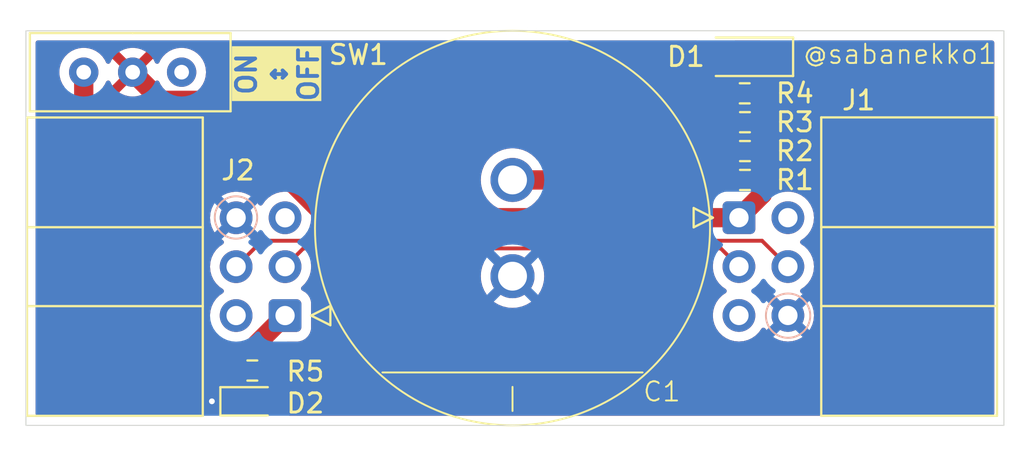
<source format=kicad_pcb>
(kicad_pcb (version 20240108) (generator "pcbnew") (generator_version "8.0")
  (layers (0 "F.Cu" signal) (31 "B.Cu" signal) (34 "B.Paste" user) (35 "F.Paste" user) (36 "B.SilkS" user "B.Silkscreen") (37 "F.SilkS" user "F.Silkscreen") (38 "B.Mask" user) (39 "F.Mask" user) (44 "Edge.Cuts" user))
  (net 0 "")
  (net 1 "GND")
  (net 2 "Net-(D1-A)")
  (net 3 "+5V")
  (net 4 "Net-(D2-A)")
  (net 5 "Net-(J1-Pin_3)")
  (net 8 "Net-(J1-Pin_4)")
  (net 11 "Net-(J2-Pin_1)")
  (footprint "Diode_SMD:D_SOD-123" (layer "F.Cu") (at 137.45 80.85 180)
    (property "Reference" "D1" (at 3.205 0 180) (layer "F.SilkS"))
    (property "Value" "D")
    (fp_line (start -2.36 1) (end 1.65 1) (stroke (width 0.12)) (layer "F.SilkS"))
    (fp_line (start -2.36 -1) (end 1.65 -1) (stroke (width 0.12)) (layer "F.SilkS"))
    (fp_line (start -2.36 -1) (end -2.36 1) (stroke (width 0.12)) (layer "F.SilkS"))
    (pad "1" smd roundrect (at -1.65 0 180) (size 0.9 1.2) (layers "F.Cu" "F.Paste" "F.Mask") (net 3 "+5V"))
    (pad "2" smd roundrect (at 1.65 0 180) (size 0.9 1.2) (layers "F.Cu" "F.Paste" "F.Mask") (net 2 "Net-(D1-A)"))
  )
  (footprint "Resistor_SMD:R_0603_1608Metric_Pad0.98x0.95mm_HandSolder" (layer "F.Cu") (at 137.3125 84.25 180)
    (property "Reference" "R3" (at -2.5875 0 180) (layer "F.SilkS"))
    (property "Value" "R")
    (fp_line (start -0.254724 0.5225) (end 0.254724 0.5225) (stroke (width 0.12)) (layer "F.SilkS"))
    (fp_line (start -0.254724 -0.5225) (end 0.254724 -0.5225) (stroke (width 0.12)) (layer "F.SilkS"))
    (pad "1" smd roundrect (at -0.9125 0 180) (size 0.975 0.95) (layers "F.Cu" "F.Paste" "F.Mask") (net 3 "+5V"))
    (pad "2" smd roundrect (at 0.9125 0 180) (size 0.975 0.95) (layers "F.Cu" "F.Paste" "F.Mask") (net 2 "Net-(D1-A)"))
  )
  (footprint "Robocon_Switch:SS-12SDP2" (layer "F.Cu") (at 105.54 84.191 180)
    (property "Reference" "SW1" (at -11.71 3.441 180) (layer "F.SilkS"))
    (property "Value" "SW_SPDT")
    (fp_line (start 5.334 4.572) (end 5.334 0.508) (stroke (width 0.12)) (layer "F.SilkS"))
    (fp_line (start 5.334 0.508) (end -5.08 0.508) (stroke (width 0.12)) (layer "F.SilkS"))
    (fp_line (start 0 4.572) (end 5.334 4.572) (stroke (width 0.12)) (layer "F.SilkS"))
    (fp_line (start -5.08 4.572) (end 0 4.572) (stroke (width 0.12)) (layer "F.SilkS"))
    (fp_line (start -5.08 0.508) (end -5.08 4.572) (stroke (width 0.12)) (layer "F.SilkS"))
    (pad "1" thru_hole circle (at -2.54 2.54 180) (size 1.524 1.524) (drill 0.762) (layers "*.Cu" "*.Mask"))
    (pad "2" thru_hole circle (at 0 2.54 180) (size 1.524 1.524) (drill 0.762) (layers "*.Cu" "*.Mask") (net 3 "+5V"))
    (pad "3" thru_hole circle (at 2.54 2.54 180) (size 1.524 1.524) (drill 0.762) (layers "*.Cu" "*.Mask") (net 11 "Net-(J2-Pin_1)"))
  )
  (footprint "LED_SMD:LED_0603_1608Metric_Pad1.05x0.95mm_HandSolder" (layer "F.Cu") (at 111.75 98.75)
    (property "Reference" "D2" (at 2.75 0.102499 180) (layer "F.SilkS"))
    (property "Value" "LED")
    (fp_line (start -1.66 -0.735) (end -1.66 0.735) (stroke (width 0.12)) (layer "F.SilkS"))
    (fp_line (start -1.66 0.735) (end 0.8 0.735) (stroke (width 0.12)) (layer "F.SilkS"))
    (fp_line (start 0.8 -0.735) (end -1.66 -0.735) (stroke (width 0.12)) (layer "F.SilkS"))
    (pad "1" smd roundrect (at -0.875 0) (size 1.05 0.95) (layers "F.Cu" "F.Paste" "F.Mask") (net 1 "GND"))
    (pad "2" smd roundrect (at 0.875 0) (size 1.05 0.95) (layers "F.Cu" "F.Paste" "F.Mask") (net 4 "Net-(D2-A)"))
  )
  (footprint "Resistor_SMD:R_0603_1608Metric_Pad0.98x0.95mm_HandSolder" (layer "F.Cu") (at 137.3125 85.75 180)
    (property "Reference" "R2" (at -2.5875 0 180) (layer "F.SilkS"))
    (property "Value" "R")
    (fp_line (start -0.254724 0.5225) (end 0.254724 0.5225) (stroke (width 0.12)) (layer "F.SilkS"))
    (fp_line (start -0.254724 -0.5225) (end 0.254724 -0.5225) (stroke (width 0.12)) (layer "F.SilkS"))
    (pad "1" smd roundrect (at -0.9125 0 180) (size 0.975 0.95) (layers "F.Cu" "F.Paste" "F.Mask") (net 3 "+5V"))
    (pad "2" smd roundrect (at 0.9125 0 180) (size 0.975 0.95) (layers "F.Cu" "F.Paste" "F.Mask") (net 2 "Net-(D1-A)"))
  )
  (footprint "Connector_IDC:IDC-Header_2x03_P2.54mm_Horizontal" (layer "F.Cu") (at 113.4475 94.295 180)
    (property "Reference" "J2" (at 2.4475 7.545 180) (layer "F.SilkS"))
    (property "Value" "Conn_02x03_Odd_Even")
    (fp_line (start 13.39 10.29) (end 4.27 10.29) (stroke (width 0.12)) (layer "F.SilkS"))
    (fp_line (start 13.39 -5.21) (end 13.39 10.29) (stroke (width 0.12)) (layer "F.SilkS"))
    (fp_line (start 4.27 10.29) (end 4.27 -5.21) (stroke (width 0.12)) (layer "F.SilkS"))
    (fp_line (start 4.27 4.59) (end 13.39 4.59) (stroke (width 0.12)) (layer "F.SilkS"))
    (fp_line (start 4.27 0.49) (end 13.39 0.49) (stroke (width 0.12)) (layer "F.SilkS"))
    (fp_line (start 4.27 -5.21) (end 13.39 -5.21) (stroke (width 0.12)) (layer "F.SilkS"))
    (fp_line (start -1.35 0) (end -2.35 -0.5) (stroke (width 0.12)) (layer "F.SilkS"))
    (fp_line (start -2.35 0.5) (end -1.35 0) (stroke (width 0.12)) (layer "F.SilkS"))
    (fp_line (start -2.35 -0.5) (end -2.35 0.5) (stroke (width 0.12)) (layer "F.SilkS"))
    (pad "1" thru_hole roundrect (at 0 0 180) (size 1.7 1.7) (drill 1) (layers "*.Cu" "*.Mask") (roundrect_rratio 0.147059) (net 11 "Net-(J2-Pin_1)"))
    (pad "2" thru_hole circle (at 2.54 0 180) (size 1.7 1.7) (drill 1) (layers "*.Cu" "*.Mask"))
    (pad "3" thru_hole circle (at 0 2.54 180) (size 1.7 1.7) (drill 1) (layers "*.Cu" "*.Mask") (net 5 "Net-(J1-Pin_3)"))
    (pad "4" thru_hole circle (at 2.54 2.54 180) (size 1.7 1.7) (drill 1) (layers "*.Cu" "*.Mask") (net 8 "Net-(J1-Pin_4)"))
    (pad "5" thru_hole circle (at 0 5.08 180) (size 1.7 1.7) (drill 1) (layers "*.Cu" "*.Mask"))
    (pad "6" thru_hole circle (at 2.54 5.08 180) (size 1.7 1.7) (drill 1) (layers "*.Cu" "*.Mask") (net 1 "GND"))
  )
  (footprint "Resistor_SMD:R_0603_1608Metric_Pad0.98x0.95mm_HandSolder" (layer "F.Cu") (at 137.3125 87.25 180)
    (property "Reference" "R1" (at -2.5875 0 180) (layer "F.SilkS"))
    (property "Value" "R")
    (fp_line (start -0.254724 0.5225) (end 0.254724 0.5225) (stroke (width 0.12)) (layer "F.SilkS"))
    (fp_line (start -0.254724 -0.5225) (end 0.254724 -0.5225) (stroke (width 0.12)) (layer "F.SilkS"))
    (pad "1" smd roundrect (at -0.9125 0 180) (size 0.975 0.95) (layers "F.Cu" "F.Paste" "F.Mask") (net 3 "+5V"))
    (pad "2" smd roundrect (at 0.9125 0 180) (size 0.975 0.95) (layers "F.Cu" "F.Paste" "F.Mask") (net 2 "Net-(D1-A)"))
  )
  (footprint "Resistor_SMD:R_0603_1608Metric_Pad0.98x0.95mm_HandSolder" (layer "F.Cu") (at 137.3 82.75 180)
    (property "Reference" "R4" (at -2.6 0 180) (layer "F.SilkS"))
    (property "Value" "R")
    (fp_line (start -0.254724 0.5225) (end 0.254724 0.5225) (stroke (width 0.12)) (layer "F.SilkS"))
    (fp_line (start -0.254724 -0.5225) (end 0.254724 -0.5225) (stroke (width 0.12)) (layer "F.SilkS"))
    (pad "1" smd roundrect (at -0.9125 0 180) (size 0.975 0.95) (layers "F.Cu" "F.Paste" "F.Mask") (net 3 "+5V"))
    (pad "2" smd roundrect (at 0.9125 0 180) (size 0.975 0.95) (layers "F.Cu" "F.Paste" "F.Mask") (net 2 "Net-(D1-A)"))
  )
  (footprint "Connector_IDC:IDC-Header_2x03_P2.54mm_Horizontal" (layer "F.Cu") (at 137 89.21)
    (property "Reference" "J1" (at 6.215 -6.1 0) (layer "F.SilkS"))
    (property "Value" "Conn_02x03_Odd_Even")
    (fp_line (start -2.35 -0.5) (end -2.35 0.5) (stroke (width 0.12)) (layer "F.SilkS"))
    (fp_line (start -2.35 0.5) (end -1.35 0) (stroke (width 0.12)) (layer "F.SilkS"))
    (fp_line (start -1.35 0) (end -2.35 -0.5) (stroke (width 0.12)) (layer "F.SilkS"))
    (fp_line (start 4.27 -5.21) (end 13.39 -5.21) (stroke (width 0.12)) (layer "F.SilkS"))
    (fp_line (start 4.27 0.49) (end 13.39 0.49) (stroke (width 0.12)) (layer "F.SilkS"))
    (fp_line (start 4.27 4.59) (end 13.39 4.59) (stroke (width 0.12)) (layer "F.SilkS"))
    (fp_line (start 4.27 10.29) (end 4.27 -5.21) (stroke (width 0.12)) (layer "F.SilkS"))
    (fp_line (start 13.39 -5.21) (end 13.39 10.29) (stroke (width 0.12)) (layer "F.SilkS"))
    (fp_line (start 13.39 10.29) (end 4.27 10.29) (stroke (width 0.12)) (layer "F.SilkS"))
    (pad "1" thru_hole roundrect (at 0 0) (size 1.7 1.7) (drill 1) (layers "*.Cu" "*.Mask") (roundrect_rratio 0.147059) (net 3 "+5V"))
    (pad "2" thru_hole circle (at 2.54 0) (size 1.7 1.7) (drill 1) (layers "*.Cu" "*.Mask"))
    (pad "3" thru_hole circle (at 0 2.54) (size 1.7 1.7) (drill 1) (layers "*.Cu" "*.Mask") (net 5 "Net-(J1-Pin_3)"))
    (pad "4" thru_hole circle (at 2.54 2.54) (size 1.7 1.7) (drill 1) (layers "*.Cu" "*.Mask") (net 8 "Net-(J1-Pin_4)"))
    (pad "5" thru_hole circle (at 0 5.08) (size 1.7 1.7) (drill 1) (layers "*.Cu" "*.Mask"))
    (pad "6" thru_hole circle (at 2.54 5.08) (size 1.7 1.7) (drill 1) (layers "*.Cu" "*.Mask") (net 1 "GND"))
  )
  (footprint "Resistor_SMD:R_0603_1608Metric_Pad0.98x0.95mm_HandSolder" (layer "F.Cu") (at 111.75 97.15)
    (property "Reference" "R5" (at 2.75 0.05 0) (layer "F.SilkS"))
    (property "Value" "R")
    (fp_line (start -0.254724 -0.5225) (end 0.254724 -0.5225) (stroke (width 0.12)) (layer "F.SilkS"))
    (fp_line (start -0.254724 0.5225) (end 0.254724 0.5225) (stroke (width 0.12)) (layer "F.SilkS"))
    (pad "1" smd roundrect (at -0.9125 0) (size 0.975 0.95) (layers "F.Cu" "F.Paste" "F.Mask") (net 11 "Net-(J2-Pin_1)"))
    (pad "2" smd roundrect (at 0.9125 0) (size 0.975 0.95) (layers "F.Cu" "F.Paste" "F.Mask") (net 4 "Net-(D2-A)"))
  )
  (footprint "Robocon_Capacitor:C_Polarized_20.5_5" (layer "F.Cu") (at 125.25 89.75 -90)
    (property "Reference" "C1" (at 8.499999 -7.749999 0) (layer "F.SilkS") (effects (font (thickness 0.1))))
    (property "Value" "C_Polarized")
    (fp_line (start 8.25 0) (end 9.5 0) (stroke (width 0.1)) (layer "F.SilkS"))
    (fp_line (start 7.5 -6.75) (end 7.5 6.75) (stroke (width 0.1)) (layer "F.SilkS"))
    (fp_circle (center 0 0) (end 10.25 0) (stroke (width 0.1)) (fill none) (layer "F.SilkS"))
    (pad "1" thru_hole circle (at -2.5 0 270) (size 2.286 2.286) (drill 1.5) (layers "*.Cu" "*.Mask") (net 2 "Net-(D1-A)"))
    (pad "2" thru_hole circle (at 2.5 0 270) (size 2.286 2.286) (drill 1.5) (layers "*.Cu" "*.Mask") (net 1 "GND"))
  )
  (gr_circle (center 110.9 89.2) (end 110.85 88.1) (stroke (width 0.1)) (fill none) (layer "B.SilkS"))
  (gr_circle (center 139.55 94.3) (end 139.5 93.15) (stroke (width 0.1)) (fill none) (layer "B.SilkS"))
  (gr_rect (start 100 79.5) (end 150.75 100) (stroke (width 0.05)) (fill none) (layer "Edge.Cuts"))
  (gr_text "ON\n↕\nOFF" (at 115.25 81.75 90) (layer "F.SilkS" knockout) (effects (font (size 1 1) (thickness 0.2) (bold yes)) (justify bottom)))
  (gr_text "@sabanekko1" (at 140.25 81.3 0) (layer "F.SilkS") (effects (font (size 1 1) (thickness 0.1)) (justify left bottom)))
  (segment (start 110.875 98.75) (end 109.65 98.75) (width 0.2) (layer "F.Cu") (net 1))
  (via (at 109.65 98.75) (size 0.6) (drill 0.3) (layers "F.Cu" "B.Cu") (net 1))
  (segment (start 135.8 82.1625) (end 136.3875 82.75) (width 1) (layer "F.Cu") (net 2))
  (segment (start 136.4 82.7625) (end 136.3875 82.75) (width 1) (layer "F.Cu") (net 2))
  (segment (start 136.4 87.25) (end 125.25 87.25) (width 1) (layer "F.Cu") (net 2))
  (segment (start 136.4 87.25) (end 136.4 82.7625) (width 1) (layer "F.Cu") (net 2))
  (segment (start 135.8 80.85) (end 135.8 82.1625) (width 1) (layer "F.Cu") (net 2))
  (segment (start 138.2125 82.75) (end 138.2125 81.7375) (width 1) (layer "F.Cu") (net 3))
  (segment (start 109.537532 83.113) (end 107.002 83.113) (width 1) (layer "F.Cu") (net 3))
  (segment (start 137 89.21) (end 115.634532 89.21) (width 1) (layer "F.Cu") (net 3))
  (segment (start 138.2125 87.9975) (end 138.2125 82.75) (width 1) (layer "F.Cu") (net 3))
  (segment (start 138.2125 81.7375) (end 139.1 80.85) (width 1) (layer "F.Cu") (net 3))
  (segment (start 137 89.21) (end 138.2125 87.9975) (width 1) (layer "F.Cu") (net 3))
  (segment (start 107.002 83.113) (end 105.54 81.651) (width 1) (layer "F.Cu") (net 3))
  (segment (start 115.634532 89.21) (end 109.537532 83.113) (width 1) (layer "F.Cu") (net 3))
  (segment (start 112.6625 97.15) (end 112.6625 98.7125) (width 1) (layer "F.Cu") (net 4))
  (segment (start 112.6625 98.7125) (end 112.625 98.75) (width 1) (layer "F.Cu") (net 4))
  (segment (start 137 91.75) (end 136.057 90.807) (width 0.2) (layer "F.Cu") (net 5))
  (segment (start 136.057 90.807) (end 114.3955 90.807) (width 0.2) (layer "F.Cu") (net 5))
  (segment (start 114.3955 90.807) (end 113.4475 91.755) (width 0.2) (layer "F.Cu") (net 5))
  (segment (start 110.9075 91.755) (end 112.2555 90.407) (width 0.2) (layer "F.Cu") (net 8))
  (segment (start 112.2555 90.407) (end 138.197 90.407) (width 0.2) (layer "F.Cu") (net 8))
  (segment (start 138.197 90.407) (end 139.54 91.75) (width 0.2) (layer "F.Cu") (net 8))
  (segment (start 110.8375 96.905) (end 113.4475 94.295) (width 1) (layer "F.Cu") (net 11))
  (segment (start 103 89.3125) (end 103 81.651) (width 1) (layer "F.Cu") (net 11))
  (segment (start 110.8375 97.15) (end 103 89.3125) (width 1) (layer "F.Cu") (net 11))
  (segment (start 110.8375 97.15) (end 110.8375 96.905) (width 1) (layer "F.Cu") (net 11))
  (zone (net 3) (net_name "+5V") (layer "F.Cu") (priority 1) (connect_pads (clearance 0.5)) (min_thickness 0.25) (fill yes (thermal_gap 0.5) (thermal_bridge_width 0.5))
    (polygon (pts (xy 100 79.5) (xy 100 100) (xy 150.75 100) (xy 150.75 79.5)))
  )
  (zone (net 1) (net_name "GND") (layer "B.Cu") (connect_pads (clearance 0.5)) (min_thickness 0.25) (fill yes (thermal_gap 0.5) (thermal_bridge_width 0.5))
    (polygon (pts (xy 100 79.5) (xy 100 100) (xy 150.75 100) (xy 150.75 79.5)))
  )
)
</source>
